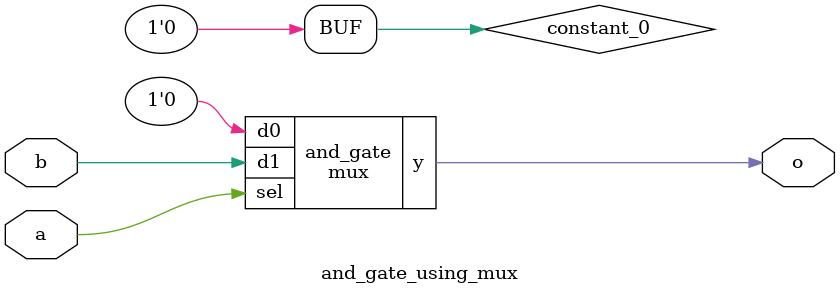
<source format=sv>

module mux
(
  input  d0, d1,
  input  sel,
  output y
);

  assign y = sel ? d1 : d0;

endmodule

//----------------------------------------------------------------------------
// Task
//----------------------------------------------------------------------------

module and_gate_using_mux
(
    input  a,
    input  b,
    output o
);
  wire constant_0 = 1'b0;

  // Task:
  // Implement and gate using instance(s) of mux,
  // constants 0 and 1, and wire connections
  mux and_gate(
    .d0(constant_0),
    .d1(b),
    .sel(a),
    .y(o)
  );
endmodule

</source>
